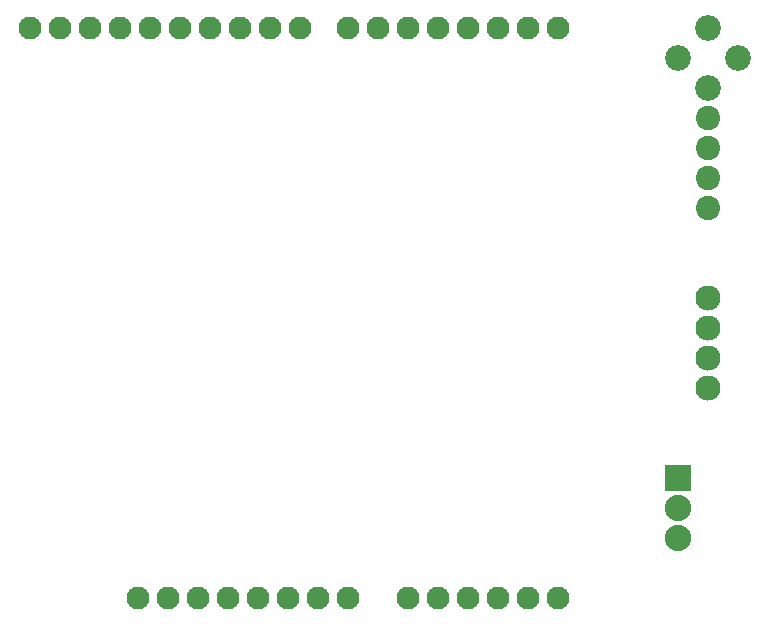
<source format=gts>
G04 MADE WITH FRITZING*
G04 WWW.FRITZING.ORG*
G04 DOUBLE SIDED*
G04 HOLES PLATED*
G04 CONTOUR ON CENTER OF CONTOUR VECTOR*
%ASAXBY*%
%FSLAX23Y23*%
%MOIN*%
%OFA0B0*%
%SFA1.0B1.0*%
%ADD10C,0.088000*%
%ADD11C,0.076194*%
%ADD12C,0.076222*%
%ADD13C,0.086000*%
%ADD14C,0.081000*%
%ADD15C,0.080972*%
%ADD16C,0.083889*%
%ADD17R,0.088000X0.088000*%
%LNMASK1*%
G90*
G70*
G54D10*
X2944Y633D03*
X2944Y533D03*
X2944Y433D03*
G54D11*
X2144Y233D03*
X2244Y233D03*
X2344Y233D03*
X2444Y233D03*
X2544Y233D03*
G54D12*
X1684Y2133D03*
X1584Y2133D03*
X1484Y2133D03*
X1384Y2133D03*
X1284Y2133D03*
X1184Y2133D03*
X1084Y2133D03*
X984Y2133D03*
X884Y2133D03*
X784Y2133D03*
X2544Y2133D03*
X2444Y2133D03*
X2344Y2133D03*
X2244Y2133D03*
X2144Y2133D03*
X2044Y2133D03*
X1944Y2133D03*
X1844Y2133D03*
G54D11*
X1244Y233D03*
X1144Y233D03*
X1344Y233D03*
X1444Y233D03*
X1544Y233D03*
X1644Y233D03*
X1744Y233D03*
X1844Y233D03*
X2044Y233D03*
G54D13*
X3144Y2033D03*
X2944Y2033D03*
X3044Y1933D03*
X3044Y2133D03*
X3144Y2033D03*
X2944Y2033D03*
X3044Y1933D03*
X3044Y2133D03*
G54D14*
X3044Y1833D03*
X3044Y1733D03*
G54D15*
X3044Y1633D03*
X3044Y1533D03*
G54D16*
X3044Y933D03*
X3044Y1033D03*
X3044Y1133D03*
X3044Y1233D03*
G54D17*
X2944Y633D03*
G04 End of Mask1*
M02*
</source>
